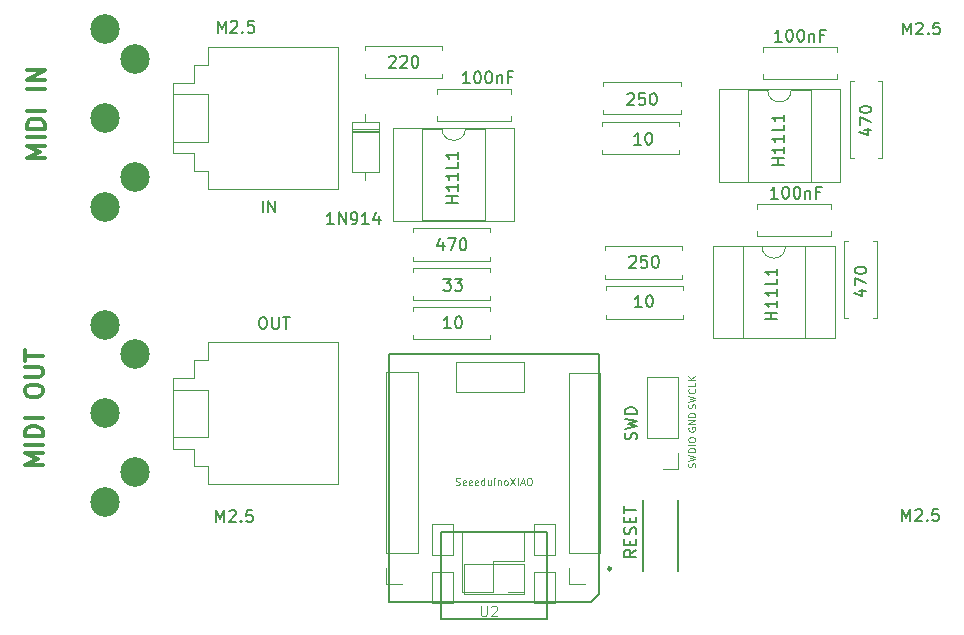
<source format=gto>
G04 #@! TF.GenerationSoftware,KiCad,Pcbnew,(6.0.5)*
G04 #@! TF.CreationDate,2023-03-19T20:53:10+00:00*
G04 #@! TF.ProjectId,XiaoPiUSBMIDIDevice,5869616f-5069-4555-9342-4d4944494465,rev?*
G04 #@! TF.SameCoordinates,Original*
G04 #@! TF.FileFunction,Legend,Top*
G04 #@! TF.FilePolarity,Positive*
%FSLAX46Y46*%
G04 Gerber Fmt 4.6, Leading zero omitted, Abs format (unit mm)*
G04 Created by KiCad (PCBNEW (6.0.5)) date 2023-03-19 20:53:10*
%MOMM*%
%LPD*%
G01*
G04 APERTURE LIST*
%ADD10C,0.100000*%
%ADD11C,0.150000*%
%ADD12C,0.152400*%
%ADD13C,0.101600*%
%ADD14C,0.076200*%
%ADD15C,0.304800*%
%ADD16C,0.120000*%
%ADD17C,0.127000*%
%ADD18C,0.066040*%
%ADD19C,0.254000*%
%ADD20C,2.499360*%
G04 APERTURE END LIST*
D10*
X241875000Y-135222142D02*
X241846428Y-135279285D01*
X241846428Y-135365000D01*
X241875000Y-135450714D01*
X241932142Y-135507857D01*
X241989285Y-135536428D01*
X242103571Y-135565000D01*
X242189285Y-135565000D01*
X242303571Y-135536428D01*
X242360714Y-135507857D01*
X242417857Y-135450714D01*
X242446428Y-135365000D01*
X242446428Y-135307857D01*
X242417857Y-135222142D01*
X242389285Y-135193571D01*
X242189285Y-135193571D01*
X242189285Y-135307857D01*
X242446428Y-134936428D02*
X241846428Y-134936428D01*
X242446428Y-134593571D01*
X241846428Y-134593571D01*
X242446428Y-134307857D02*
X241846428Y-134307857D01*
X241846428Y-134165000D01*
X241875000Y-134079285D01*
X241932142Y-134022142D01*
X241989285Y-133993571D01*
X242103571Y-133965000D01*
X242189285Y-133965000D01*
X242303571Y-133993571D01*
X242360714Y-134022142D01*
X242417857Y-134079285D01*
X242446428Y-134165000D01*
X242446428Y-134307857D01*
X242417857Y-138576428D02*
X242446428Y-138490714D01*
X242446428Y-138347857D01*
X242417857Y-138290714D01*
X242389285Y-138262142D01*
X242332142Y-138233571D01*
X242275000Y-138233571D01*
X242217857Y-138262142D01*
X242189285Y-138290714D01*
X242160714Y-138347857D01*
X242132142Y-138462142D01*
X242103571Y-138519285D01*
X242075000Y-138547857D01*
X242017857Y-138576428D01*
X241960714Y-138576428D01*
X241903571Y-138547857D01*
X241875000Y-138519285D01*
X241846428Y-138462142D01*
X241846428Y-138319285D01*
X241875000Y-138233571D01*
X241846428Y-138033571D02*
X242446428Y-137890714D01*
X242017857Y-137776428D01*
X242446428Y-137662142D01*
X241846428Y-137519285D01*
X242446428Y-137290714D02*
X241846428Y-137290714D01*
X241846428Y-137147857D01*
X241875000Y-137062142D01*
X241932142Y-137005000D01*
X241989285Y-136976428D01*
X242103571Y-136947857D01*
X242189285Y-136947857D01*
X242303571Y-136976428D01*
X242360714Y-137005000D01*
X242417857Y-137062142D01*
X242446428Y-137147857D01*
X242446428Y-137290714D01*
X242446428Y-136690714D02*
X241846428Y-136690714D01*
X241846428Y-136290714D02*
X241846428Y-136176428D01*
X241875000Y-136119285D01*
X241932142Y-136062142D01*
X242046428Y-136033571D01*
X242246428Y-136033571D01*
X242360714Y-136062142D01*
X242417857Y-136119285D01*
X242446428Y-136176428D01*
X242446428Y-136290714D01*
X242417857Y-136347857D01*
X242360714Y-136405000D01*
X242246428Y-136433571D01*
X242046428Y-136433571D01*
X241932142Y-136405000D01*
X241875000Y-136347857D01*
X241846428Y-136290714D01*
X242417857Y-133582142D02*
X242446428Y-133496428D01*
X242446428Y-133353571D01*
X242417857Y-133296428D01*
X242389285Y-133267857D01*
X242332142Y-133239285D01*
X242275000Y-133239285D01*
X242217857Y-133267857D01*
X242189285Y-133296428D01*
X242160714Y-133353571D01*
X242132142Y-133467857D01*
X242103571Y-133525000D01*
X242075000Y-133553571D01*
X242017857Y-133582142D01*
X241960714Y-133582142D01*
X241903571Y-133553571D01*
X241875000Y-133525000D01*
X241846428Y-133467857D01*
X241846428Y-133325000D01*
X241875000Y-133239285D01*
X241846428Y-133039285D02*
X242446428Y-132896428D01*
X242017857Y-132782142D01*
X242446428Y-132667857D01*
X241846428Y-132525000D01*
X242389285Y-131953571D02*
X242417857Y-131982142D01*
X242446428Y-132067857D01*
X242446428Y-132125000D01*
X242417857Y-132210714D01*
X242360714Y-132267857D01*
X242303571Y-132296428D01*
X242189285Y-132325000D01*
X242103571Y-132325000D01*
X241989285Y-132296428D01*
X241932142Y-132267857D01*
X241875000Y-132210714D01*
X241846428Y-132125000D01*
X241846428Y-132067857D01*
X241875000Y-131982142D01*
X241903571Y-131953571D01*
X242446428Y-131410714D02*
X242446428Y-131696428D01*
X241846428Y-131696428D01*
X242446428Y-131210714D02*
X241846428Y-131210714D01*
X242446428Y-130867857D02*
X242103571Y-131125000D01*
X241846428Y-130867857D02*
X242189285Y-131210714D01*
D11*
X202001190Y-101777380D02*
X202001190Y-100777380D01*
X202334523Y-101491666D01*
X202667857Y-100777380D01*
X202667857Y-101777380D01*
X203096428Y-100872619D02*
X203144047Y-100825000D01*
X203239285Y-100777380D01*
X203477380Y-100777380D01*
X203572619Y-100825000D01*
X203620238Y-100872619D01*
X203667857Y-100967857D01*
X203667857Y-101063095D01*
X203620238Y-101205952D01*
X203048809Y-101777380D01*
X203667857Y-101777380D01*
X204096428Y-101682142D02*
X204144047Y-101729761D01*
X204096428Y-101777380D01*
X204048809Y-101729761D01*
X204096428Y-101682142D01*
X204096428Y-101777380D01*
X205048809Y-100777380D02*
X204572619Y-100777380D01*
X204525000Y-101253571D01*
X204572619Y-101205952D01*
X204667857Y-101158333D01*
X204905952Y-101158333D01*
X205001190Y-101205952D01*
X205048809Y-101253571D01*
X205096428Y-101348809D01*
X205096428Y-101586904D01*
X205048809Y-101682142D01*
X205001190Y-101729761D01*
X204905952Y-101777380D01*
X204667857Y-101777380D01*
X204572619Y-101729761D01*
X204525000Y-101682142D01*
X260051190Y-101927380D02*
X260051190Y-100927380D01*
X260384523Y-101641666D01*
X260717857Y-100927380D01*
X260717857Y-101927380D01*
X261146428Y-101022619D02*
X261194047Y-100975000D01*
X261289285Y-100927380D01*
X261527380Y-100927380D01*
X261622619Y-100975000D01*
X261670238Y-101022619D01*
X261717857Y-101117857D01*
X261717857Y-101213095D01*
X261670238Y-101355952D01*
X261098809Y-101927380D01*
X261717857Y-101927380D01*
X262146428Y-101832142D02*
X262194047Y-101879761D01*
X262146428Y-101927380D01*
X262098809Y-101879761D01*
X262146428Y-101832142D01*
X262146428Y-101927380D01*
X263098809Y-100927380D02*
X262622619Y-100927380D01*
X262575000Y-101403571D01*
X262622619Y-101355952D01*
X262717857Y-101308333D01*
X262955952Y-101308333D01*
X263051190Y-101355952D01*
X263098809Y-101403571D01*
X263146428Y-101498809D01*
X263146428Y-101736904D01*
X263098809Y-101832142D01*
X263051190Y-101879761D01*
X262955952Y-101927380D01*
X262717857Y-101927380D01*
X262622619Y-101879761D01*
X262575000Y-101832142D01*
X201876190Y-143202380D02*
X201876190Y-142202380D01*
X202209523Y-142916666D01*
X202542857Y-142202380D01*
X202542857Y-143202380D01*
X202971428Y-142297619D02*
X203019047Y-142250000D01*
X203114285Y-142202380D01*
X203352380Y-142202380D01*
X203447619Y-142250000D01*
X203495238Y-142297619D01*
X203542857Y-142392857D01*
X203542857Y-142488095D01*
X203495238Y-142630952D01*
X202923809Y-143202380D01*
X203542857Y-143202380D01*
X203971428Y-143107142D02*
X204019047Y-143154761D01*
X203971428Y-143202380D01*
X203923809Y-143154761D01*
X203971428Y-143107142D01*
X203971428Y-143202380D01*
X204923809Y-142202380D02*
X204447619Y-142202380D01*
X204400000Y-142678571D01*
X204447619Y-142630952D01*
X204542857Y-142583333D01*
X204780952Y-142583333D01*
X204876190Y-142630952D01*
X204923809Y-142678571D01*
X204971428Y-142773809D01*
X204971428Y-143011904D01*
X204923809Y-143107142D01*
X204876190Y-143154761D01*
X204780952Y-143202380D01*
X204542857Y-143202380D01*
X204447619Y-143154761D01*
X204400000Y-143107142D01*
X259976190Y-143127380D02*
X259976190Y-142127380D01*
X260309523Y-142841666D01*
X260642857Y-142127380D01*
X260642857Y-143127380D01*
X261071428Y-142222619D02*
X261119047Y-142175000D01*
X261214285Y-142127380D01*
X261452380Y-142127380D01*
X261547619Y-142175000D01*
X261595238Y-142222619D01*
X261642857Y-142317857D01*
X261642857Y-142413095D01*
X261595238Y-142555952D01*
X261023809Y-143127380D01*
X261642857Y-143127380D01*
X262071428Y-143032142D02*
X262119047Y-143079761D01*
X262071428Y-143127380D01*
X262023809Y-143079761D01*
X262071428Y-143032142D01*
X262071428Y-143127380D01*
X263023809Y-142127380D02*
X262547619Y-142127380D01*
X262500000Y-142603571D01*
X262547619Y-142555952D01*
X262642857Y-142508333D01*
X262880952Y-142508333D01*
X262976190Y-142555952D01*
X263023809Y-142603571D01*
X263071428Y-142698809D01*
X263071428Y-142936904D01*
X263023809Y-143032142D01*
X262976190Y-143079761D01*
X262880952Y-143127380D01*
X262642857Y-143127380D01*
X262547619Y-143079761D01*
X262500000Y-143032142D01*
X205750000Y-125852380D02*
X205940476Y-125852380D01*
X206035714Y-125900000D01*
X206130952Y-125995238D01*
X206178571Y-126185714D01*
X206178571Y-126519047D01*
X206130952Y-126709523D01*
X206035714Y-126804761D01*
X205940476Y-126852380D01*
X205750000Y-126852380D01*
X205654761Y-126804761D01*
X205559523Y-126709523D01*
X205511904Y-126519047D01*
X205511904Y-126185714D01*
X205559523Y-125995238D01*
X205654761Y-125900000D01*
X205750000Y-125852380D01*
X206607142Y-125852380D02*
X206607142Y-126661904D01*
X206654761Y-126757142D01*
X206702380Y-126804761D01*
X206797619Y-126852380D01*
X206988095Y-126852380D01*
X207083333Y-126804761D01*
X207130952Y-126757142D01*
X207178571Y-126661904D01*
X207178571Y-125852380D01*
X207511904Y-125852380D02*
X208083333Y-125852380D01*
X207797619Y-126852380D02*
X207797619Y-125852380D01*
X236686904Y-106997619D02*
X236734523Y-106950000D01*
X236829761Y-106902380D01*
X237067857Y-106902380D01*
X237163095Y-106950000D01*
X237210714Y-106997619D01*
X237258333Y-107092857D01*
X237258333Y-107188095D01*
X237210714Y-107330952D01*
X236639285Y-107902380D01*
X237258333Y-107902380D01*
X238163095Y-106902380D02*
X237686904Y-106902380D01*
X237639285Y-107378571D01*
X237686904Y-107330952D01*
X237782142Y-107283333D01*
X238020238Y-107283333D01*
X238115476Y-107330952D01*
X238163095Y-107378571D01*
X238210714Y-107473809D01*
X238210714Y-107711904D01*
X238163095Y-107807142D01*
X238115476Y-107854761D01*
X238020238Y-107902380D01*
X237782142Y-107902380D01*
X237686904Y-107854761D01*
X237639285Y-107807142D01*
X238829761Y-106902380D02*
X238925000Y-106902380D01*
X239020238Y-106950000D01*
X239067857Y-106997619D01*
X239115476Y-107092857D01*
X239163095Y-107283333D01*
X239163095Y-107521428D01*
X239115476Y-107711904D01*
X239067857Y-107807142D01*
X239020238Y-107854761D01*
X238925000Y-107902380D01*
X238829761Y-107902380D01*
X238734523Y-107854761D01*
X238686904Y-107807142D01*
X238639285Y-107711904D01*
X238591666Y-107521428D01*
X238591666Y-107283333D01*
X238639285Y-107092857D01*
X238686904Y-106997619D01*
X238734523Y-106950000D01*
X238829761Y-106902380D01*
X223327380Y-106052380D02*
X222755952Y-106052380D01*
X223041666Y-106052380D02*
X223041666Y-105052380D01*
X222946428Y-105195238D01*
X222851190Y-105290476D01*
X222755952Y-105338095D01*
X223946428Y-105052380D02*
X224041666Y-105052380D01*
X224136904Y-105100000D01*
X224184523Y-105147619D01*
X224232142Y-105242857D01*
X224279761Y-105433333D01*
X224279761Y-105671428D01*
X224232142Y-105861904D01*
X224184523Y-105957142D01*
X224136904Y-106004761D01*
X224041666Y-106052380D01*
X223946428Y-106052380D01*
X223851190Y-106004761D01*
X223803571Y-105957142D01*
X223755952Y-105861904D01*
X223708333Y-105671428D01*
X223708333Y-105433333D01*
X223755952Y-105242857D01*
X223803571Y-105147619D01*
X223851190Y-105100000D01*
X223946428Y-105052380D01*
X224898809Y-105052380D02*
X224994047Y-105052380D01*
X225089285Y-105100000D01*
X225136904Y-105147619D01*
X225184523Y-105242857D01*
X225232142Y-105433333D01*
X225232142Y-105671428D01*
X225184523Y-105861904D01*
X225136904Y-105957142D01*
X225089285Y-106004761D01*
X224994047Y-106052380D01*
X224898809Y-106052380D01*
X224803571Y-106004761D01*
X224755952Y-105957142D01*
X224708333Y-105861904D01*
X224660714Y-105671428D01*
X224660714Y-105433333D01*
X224708333Y-105242857D01*
X224755952Y-105147619D01*
X224803571Y-105100000D01*
X224898809Y-105052380D01*
X225660714Y-105385714D02*
X225660714Y-106052380D01*
X225660714Y-105480952D02*
X225708333Y-105433333D01*
X225803571Y-105385714D01*
X225946428Y-105385714D01*
X226041666Y-105433333D01*
X226089285Y-105528571D01*
X226089285Y-106052380D01*
X226898809Y-105528571D02*
X226565476Y-105528571D01*
X226565476Y-106052380D02*
X226565476Y-105052380D01*
X227041666Y-105052380D01*
X249427380Y-115827380D02*
X248855952Y-115827380D01*
X249141666Y-115827380D02*
X249141666Y-114827380D01*
X249046428Y-114970238D01*
X248951190Y-115065476D01*
X248855952Y-115113095D01*
X250046428Y-114827380D02*
X250141666Y-114827380D01*
X250236904Y-114875000D01*
X250284523Y-114922619D01*
X250332142Y-115017857D01*
X250379761Y-115208333D01*
X250379761Y-115446428D01*
X250332142Y-115636904D01*
X250284523Y-115732142D01*
X250236904Y-115779761D01*
X250141666Y-115827380D01*
X250046428Y-115827380D01*
X249951190Y-115779761D01*
X249903571Y-115732142D01*
X249855952Y-115636904D01*
X249808333Y-115446428D01*
X249808333Y-115208333D01*
X249855952Y-115017857D01*
X249903571Y-114922619D01*
X249951190Y-114875000D01*
X250046428Y-114827380D01*
X250998809Y-114827380D02*
X251094047Y-114827380D01*
X251189285Y-114875000D01*
X251236904Y-114922619D01*
X251284523Y-115017857D01*
X251332142Y-115208333D01*
X251332142Y-115446428D01*
X251284523Y-115636904D01*
X251236904Y-115732142D01*
X251189285Y-115779761D01*
X251094047Y-115827380D01*
X250998809Y-115827380D01*
X250903571Y-115779761D01*
X250855952Y-115732142D01*
X250808333Y-115636904D01*
X250760714Y-115446428D01*
X250760714Y-115208333D01*
X250808333Y-115017857D01*
X250855952Y-114922619D01*
X250903571Y-114875000D01*
X250998809Y-114827380D01*
X251760714Y-115160714D02*
X251760714Y-115827380D01*
X251760714Y-115255952D02*
X251808333Y-115208333D01*
X251903571Y-115160714D01*
X252046428Y-115160714D01*
X252141666Y-115208333D01*
X252189285Y-115303571D01*
X252189285Y-115827380D01*
X252998809Y-115303571D02*
X252665476Y-115303571D01*
X252665476Y-115827380D02*
X252665476Y-114827380D01*
X253141666Y-114827380D01*
X222327380Y-116169047D02*
X221327380Y-116169047D01*
X221803571Y-116169047D02*
X221803571Y-115597619D01*
X222327380Y-115597619D02*
X221327380Y-115597619D01*
X222327380Y-114597619D02*
X222327380Y-115169047D01*
X222327380Y-114883333D02*
X221327380Y-114883333D01*
X221470238Y-114978571D01*
X221565476Y-115073809D01*
X221613095Y-115169047D01*
X222327380Y-113645238D02*
X222327380Y-114216666D01*
X222327380Y-113930952D02*
X221327380Y-113930952D01*
X221470238Y-114026190D01*
X221565476Y-114121428D01*
X221613095Y-114216666D01*
X222327380Y-112740476D02*
X222327380Y-113216666D01*
X221327380Y-113216666D01*
X222327380Y-111883333D02*
X222327380Y-112454761D01*
X222327380Y-112169047D02*
X221327380Y-112169047D01*
X221470238Y-112264285D01*
X221565476Y-112359523D01*
X221613095Y-112454761D01*
X249352380Y-126044047D02*
X248352380Y-126044047D01*
X248828571Y-126044047D02*
X248828571Y-125472619D01*
X249352380Y-125472619D02*
X248352380Y-125472619D01*
X249352380Y-124472619D02*
X249352380Y-125044047D01*
X249352380Y-124758333D02*
X248352380Y-124758333D01*
X248495238Y-124853571D01*
X248590476Y-124948809D01*
X248638095Y-125044047D01*
X249352380Y-123520238D02*
X249352380Y-124091666D01*
X249352380Y-123805952D02*
X248352380Y-123805952D01*
X248495238Y-123901190D01*
X248590476Y-123996428D01*
X248638095Y-124091666D01*
X249352380Y-122615476D02*
X249352380Y-123091666D01*
X248352380Y-123091666D01*
X249352380Y-121758333D02*
X249352380Y-122329761D01*
X249352380Y-122044047D02*
X248352380Y-122044047D01*
X248495238Y-122139285D01*
X248590476Y-122234523D01*
X248638095Y-122329761D01*
X216511904Y-103822619D02*
X216559523Y-103775000D01*
X216654761Y-103727380D01*
X216892857Y-103727380D01*
X216988095Y-103775000D01*
X217035714Y-103822619D01*
X217083333Y-103917857D01*
X217083333Y-104013095D01*
X217035714Y-104155952D01*
X216464285Y-104727380D01*
X217083333Y-104727380D01*
X217464285Y-103822619D02*
X217511904Y-103775000D01*
X217607142Y-103727380D01*
X217845238Y-103727380D01*
X217940476Y-103775000D01*
X217988095Y-103822619D01*
X218035714Y-103917857D01*
X218035714Y-104013095D01*
X217988095Y-104155952D01*
X217416666Y-104727380D01*
X218035714Y-104727380D01*
X218654761Y-103727380D02*
X218750000Y-103727380D01*
X218845238Y-103775000D01*
X218892857Y-103822619D01*
X218940476Y-103917857D01*
X218988095Y-104108333D01*
X218988095Y-104346428D01*
X218940476Y-104536904D01*
X218892857Y-104632142D01*
X218845238Y-104679761D01*
X218750000Y-104727380D01*
X218654761Y-104727380D01*
X218559523Y-104679761D01*
X218511904Y-104632142D01*
X218464285Y-104536904D01*
X218416666Y-104346428D01*
X218416666Y-104108333D01*
X218464285Y-103917857D01*
X218511904Y-103822619D01*
X218559523Y-103775000D01*
X218654761Y-103727380D01*
X221115476Y-122627380D02*
X221734523Y-122627380D01*
X221401190Y-123008333D01*
X221544047Y-123008333D01*
X221639285Y-123055952D01*
X221686904Y-123103571D01*
X221734523Y-123198809D01*
X221734523Y-123436904D01*
X221686904Y-123532142D01*
X221639285Y-123579761D01*
X221544047Y-123627380D01*
X221258333Y-123627380D01*
X221163095Y-123579761D01*
X221115476Y-123532142D01*
X222067857Y-122627380D02*
X222686904Y-122627380D01*
X222353571Y-123008333D01*
X222496428Y-123008333D01*
X222591666Y-123055952D01*
X222639285Y-123103571D01*
X222686904Y-123198809D01*
X222686904Y-123436904D01*
X222639285Y-123532142D01*
X222591666Y-123579761D01*
X222496428Y-123627380D01*
X222210714Y-123627380D01*
X222115476Y-123579761D01*
X222067857Y-123532142D01*
D12*
X237434619Y-145550619D02*
X236950809Y-145889285D01*
X237434619Y-146131190D02*
X236418619Y-146131190D01*
X236418619Y-145744142D01*
X236467000Y-145647380D01*
X236515380Y-145599000D01*
X236612142Y-145550619D01*
X236757285Y-145550619D01*
X236854047Y-145599000D01*
X236902428Y-145647380D01*
X236950809Y-145744142D01*
X236950809Y-146131190D01*
X236902428Y-145115190D02*
X236902428Y-144776523D01*
X237434619Y-144631380D02*
X237434619Y-145115190D01*
X236418619Y-145115190D01*
X236418619Y-144631380D01*
X237386238Y-144244333D02*
X237434619Y-144099190D01*
X237434619Y-143857285D01*
X237386238Y-143760523D01*
X237337857Y-143712142D01*
X237241095Y-143663761D01*
X237144333Y-143663761D01*
X237047571Y-143712142D01*
X236999190Y-143760523D01*
X236950809Y-143857285D01*
X236902428Y-144050809D01*
X236854047Y-144147571D01*
X236805666Y-144195952D01*
X236708904Y-144244333D01*
X236612142Y-144244333D01*
X236515380Y-144195952D01*
X236467000Y-144147571D01*
X236418619Y-144050809D01*
X236418619Y-143808904D01*
X236467000Y-143663761D01*
X236902428Y-143228333D02*
X236902428Y-142889666D01*
X237434619Y-142744523D02*
X237434619Y-143228333D01*
X236418619Y-143228333D01*
X236418619Y-142744523D01*
X236418619Y-142454238D02*
X236418619Y-141873666D01*
X237434619Y-142163952D02*
X236418619Y-142163952D01*
D11*
X256685714Y-109986904D02*
X257352380Y-109986904D01*
X256304761Y-110225000D02*
X257019047Y-110463095D01*
X257019047Y-109844047D01*
X256352380Y-109558333D02*
X256352380Y-108891666D01*
X257352380Y-109320238D01*
X256352380Y-108320238D02*
X256352380Y-108225000D01*
X256400000Y-108129761D01*
X256447619Y-108082142D01*
X256542857Y-108034523D01*
X256733333Y-107986904D01*
X256971428Y-107986904D01*
X257161904Y-108034523D01*
X257257142Y-108082142D01*
X257304761Y-108129761D01*
X257352380Y-108225000D01*
X257352380Y-108320238D01*
X257304761Y-108415476D01*
X257257142Y-108463095D01*
X257161904Y-108510714D01*
X256971428Y-108558333D01*
X256733333Y-108558333D01*
X256542857Y-108510714D01*
X256447619Y-108463095D01*
X256400000Y-108415476D01*
X256352380Y-108320238D01*
X205826190Y-117002380D02*
X205826190Y-116002380D01*
X206302380Y-117002380D02*
X206302380Y-116002380D01*
X206873809Y-117002380D01*
X206873809Y-116002380D01*
X256260714Y-123611904D02*
X256927380Y-123611904D01*
X255879761Y-123850000D02*
X256594047Y-124088095D01*
X256594047Y-123469047D01*
X255927380Y-123183333D02*
X255927380Y-122516666D01*
X256927380Y-122945238D01*
X255927380Y-121945238D02*
X255927380Y-121850000D01*
X255975000Y-121754761D01*
X256022619Y-121707142D01*
X256117857Y-121659523D01*
X256308333Y-121611904D01*
X256546428Y-121611904D01*
X256736904Y-121659523D01*
X256832142Y-121707142D01*
X256879761Y-121754761D01*
X256927380Y-121850000D01*
X256927380Y-121945238D01*
X256879761Y-122040476D01*
X256832142Y-122088095D01*
X256736904Y-122135714D01*
X256546428Y-122183333D01*
X256308333Y-122183333D01*
X256117857Y-122135714D01*
X256022619Y-122088095D01*
X255975000Y-122040476D01*
X255927380Y-121945238D01*
X237834523Y-111252380D02*
X237263095Y-111252380D01*
X237548809Y-111252380D02*
X237548809Y-110252380D01*
X237453571Y-110395238D01*
X237358333Y-110490476D01*
X237263095Y-110538095D01*
X238453571Y-110252380D02*
X238548809Y-110252380D01*
X238644047Y-110300000D01*
X238691666Y-110347619D01*
X238739285Y-110442857D01*
X238786904Y-110633333D01*
X238786904Y-110871428D01*
X238739285Y-111061904D01*
X238691666Y-111157142D01*
X238644047Y-111204761D01*
X238548809Y-111252380D01*
X238453571Y-111252380D01*
X238358333Y-111204761D01*
X238310714Y-111157142D01*
X238263095Y-111061904D01*
X238215476Y-110871428D01*
X238215476Y-110633333D01*
X238263095Y-110442857D01*
X238310714Y-110347619D01*
X238358333Y-110300000D01*
X238453571Y-110252380D01*
X221734523Y-126802380D02*
X221163095Y-126802380D01*
X221448809Y-126802380D02*
X221448809Y-125802380D01*
X221353571Y-125945238D01*
X221258333Y-126040476D01*
X221163095Y-126088095D01*
X222353571Y-125802380D02*
X222448809Y-125802380D01*
X222544047Y-125850000D01*
X222591666Y-125897619D01*
X222639285Y-125992857D01*
X222686904Y-126183333D01*
X222686904Y-126421428D01*
X222639285Y-126611904D01*
X222591666Y-126707142D01*
X222544047Y-126754761D01*
X222448809Y-126802380D01*
X222353571Y-126802380D01*
X222258333Y-126754761D01*
X222210714Y-126707142D01*
X222163095Y-126611904D01*
X222115476Y-126421428D01*
X222115476Y-126183333D01*
X222163095Y-125992857D01*
X222210714Y-125897619D01*
X222258333Y-125850000D01*
X222353571Y-125802380D01*
X221063095Y-119535714D02*
X221063095Y-120202380D01*
X220825000Y-119154761D02*
X220586904Y-119869047D01*
X221205952Y-119869047D01*
X221491666Y-119202380D02*
X222158333Y-119202380D01*
X221729761Y-120202380D01*
X222729761Y-119202380D02*
X222825000Y-119202380D01*
X222920238Y-119250000D01*
X222967857Y-119297619D01*
X223015476Y-119392857D01*
X223063095Y-119583333D01*
X223063095Y-119821428D01*
X223015476Y-120011904D01*
X222967857Y-120107142D01*
X222920238Y-120154761D01*
X222825000Y-120202380D01*
X222729761Y-120202380D01*
X222634523Y-120154761D01*
X222586904Y-120107142D01*
X222539285Y-120011904D01*
X222491666Y-119821428D01*
X222491666Y-119583333D01*
X222539285Y-119392857D01*
X222586904Y-119297619D01*
X222634523Y-119250000D01*
X222729761Y-119202380D01*
X249752380Y-102527380D02*
X249180952Y-102527380D01*
X249466666Y-102527380D02*
X249466666Y-101527380D01*
X249371428Y-101670238D01*
X249276190Y-101765476D01*
X249180952Y-101813095D01*
X250371428Y-101527380D02*
X250466666Y-101527380D01*
X250561904Y-101575000D01*
X250609523Y-101622619D01*
X250657142Y-101717857D01*
X250704761Y-101908333D01*
X250704761Y-102146428D01*
X250657142Y-102336904D01*
X250609523Y-102432142D01*
X250561904Y-102479761D01*
X250466666Y-102527380D01*
X250371428Y-102527380D01*
X250276190Y-102479761D01*
X250228571Y-102432142D01*
X250180952Y-102336904D01*
X250133333Y-102146428D01*
X250133333Y-101908333D01*
X250180952Y-101717857D01*
X250228571Y-101622619D01*
X250276190Y-101575000D01*
X250371428Y-101527380D01*
X251323809Y-101527380D02*
X251419047Y-101527380D01*
X251514285Y-101575000D01*
X251561904Y-101622619D01*
X251609523Y-101717857D01*
X251657142Y-101908333D01*
X251657142Y-102146428D01*
X251609523Y-102336904D01*
X251561904Y-102432142D01*
X251514285Y-102479761D01*
X251419047Y-102527380D01*
X251323809Y-102527380D01*
X251228571Y-102479761D01*
X251180952Y-102432142D01*
X251133333Y-102336904D01*
X251085714Y-102146428D01*
X251085714Y-101908333D01*
X251133333Y-101717857D01*
X251180952Y-101622619D01*
X251228571Y-101575000D01*
X251323809Y-101527380D01*
X252085714Y-101860714D02*
X252085714Y-102527380D01*
X252085714Y-101955952D02*
X252133333Y-101908333D01*
X252228571Y-101860714D01*
X252371428Y-101860714D01*
X252466666Y-101908333D01*
X252514285Y-102003571D01*
X252514285Y-102527380D01*
X253323809Y-102003571D02*
X252990476Y-102003571D01*
X252990476Y-102527380D02*
X252990476Y-101527380D01*
X253466666Y-101527380D01*
X236861904Y-120772619D02*
X236909523Y-120725000D01*
X237004761Y-120677380D01*
X237242857Y-120677380D01*
X237338095Y-120725000D01*
X237385714Y-120772619D01*
X237433333Y-120867857D01*
X237433333Y-120963095D01*
X237385714Y-121105952D01*
X236814285Y-121677380D01*
X237433333Y-121677380D01*
X238338095Y-120677380D02*
X237861904Y-120677380D01*
X237814285Y-121153571D01*
X237861904Y-121105952D01*
X237957142Y-121058333D01*
X238195238Y-121058333D01*
X238290476Y-121105952D01*
X238338095Y-121153571D01*
X238385714Y-121248809D01*
X238385714Y-121486904D01*
X238338095Y-121582142D01*
X238290476Y-121629761D01*
X238195238Y-121677380D01*
X237957142Y-121677380D01*
X237861904Y-121629761D01*
X237814285Y-121582142D01*
X239004761Y-120677380D02*
X239100000Y-120677380D01*
X239195238Y-120725000D01*
X239242857Y-120772619D01*
X239290476Y-120867857D01*
X239338095Y-121058333D01*
X239338095Y-121296428D01*
X239290476Y-121486904D01*
X239242857Y-121582142D01*
X239195238Y-121629761D01*
X239100000Y-121677380D01*
X239004761Y-121677380D01*
X238909523Y-121629761D01*
X238861904Y-121582142D01*
X238814285Y-121486904D01*
X238766666Y-121296428D01*
X238766666Y-121058333D01*
X238814285Y-120867857D01*
X238861904Y-120772619D01*
X238909523Y-120725000D01*
X239004761Y-120677380D01*
X237884523Y-125002380D02*
X237313095Y-125002380D01*
X237598809Y-125002380D02*
X237598809Y-124002380D01*
X237503571Y-124145238D01*
X237408333Y-124240476D01*
X237313095Y-124288095D01*
X238503571Y-124002380D02*
X238598809Y-124002380D01*
X238694047Y-124050000D01*
X238741666Y-124097619D01*
X238789285Y-124192857D01*
X238836904Y-124383333D01*
X238836904Y-124621428D01*
X238789285Y-124811904D01*
X238741666Y-124907142D01*
X238694047Y-124954761D01*
X238598809Y-125002380D01*
X238503571Y-125002380D01*
X238408333Y-124954761D01*
X238360714Y-124907142D01*
X238313095Y-124811904D01*
X238265476Y-124621428D01*
X238265476Y-124383333D01*
X238313095Y-124192857D01*
X238360714Y-124097619D01*
X238408333Y-124050000D01*
X238503571Y-124002380D01*
X211833333Y-118002380D02*
X211261904Y-118002380D01*
X211547619Y-118002380D02*
X211547619Y-117002380D01*
X211452380Y-117145238D01*
X211357142Y-117240476D01*
X211261904Y-117288095D01*
X212261904Y-118002380D02*
X212261904Y-117002380D01*
X212833333Y-118002380D01*
X212833333Y-117002380D01*
X213357142Y-118002380D02*
X213547619Y-118002380D01*
X213642857Y-117954761D01*
X213690476Y-117907142D01*
X213785714Y-117764285D01*
X213833333Y-117573809D01*
X213833333Y-117192857D01*
X213785714Y-117097619D01*
X213738095Y-117050000D01*
X213642857Y-117002380D01*
X213452380Y-117002380D01*
X213357142Y-117050000D01*
X213309523Y-117097619D01*
X213261904Y-117192857D01*
X213261904Y-117430952D01*
X213309523Y-117526190D01*
X213357142Y-117573809D01*
X213452380Y-117621428D01*
X213642857Y-117621428D01*
X213738095Y-117573809D01*
X213785714Y-117526190D01*
X213833333Y-117430952D01*
X214785714Y-118002380D02*
X214214285Y-118002380D01*
X214500000Y-118002380D02*
X214500000Y-117002380D01*
X214404761Y-117145238D01*
X214309523Y-117240476D01*
X214214285Y-117288095D01*
X215642857Y-117335714D02*
X215642857Y-118002380D01*
X215404761Y-116954761D02*
X215166666Y-117669047D01*
X215785714Y-117669047D01*
X237429761Y-136207142D02*
X237477380Y-136064285D01*
X237477380Y-135826190D01*
X237429761Y-135730952D01*
X237382142Y-135683333D01*
X237286904Y-135635714D01*
X237191666Y-135635714D01*
X237096428Y-135683333D01*
X237048809Y-135730952D01*
X237001190Y-135826190D01*
X236953571Y-136016666D01*
X236905952Y-136111904D01*
X236858333Y-136159523D01*
X236763095Y-136207142D01*
X236667857Y-136207142D01*
X236572619Y-136159523D01*
X236525000Y-136111904D01*
X236477380Y-136016666D01*
X236477380Y-135778571D01*
X236525000Y-135635714D01*
X236477380Y-135302380D02*
X237477380Y-135064285D01*
X236763095Y-134873809D01*
X237477380Y-134683333D01*
X236477380Y-134445238D01*
X237477380Y-134064285D02*
X236477380Y-134064285D01*
X236477380Y-133826190D01*
X236525000Y-133683333D01*
X236620238Y-133588095D01*
X236715476Y-133540476D01*
X236905952Y-133492857D01*
X237048809Y-133492857D01*
X237239285Y-133540476D01*
X237334523Y-133588095D01*
X237429761Y-133683333D01*
X237477380Y-133826190D01*
X237477380Y-134064285D01*
X249927380Y-112994047D02*
X248927380Y-112994047D01*
X249403571Y-112994047D02*
X249403571Y-112422619D01*
X249927380Y-112422619D02*
X248927380Y-112422619D01*
X249927380Y-111422619D02*
X249927380Y-111994047D01*
X249927380Y-111708333D02*
X248927380Y-111708333D01*
X249070238Y-111803571D01*
X249165476Y-111898809D01*
X249213095Y-111994047D01*
X249927380Y-110470238D02*
X249927380Y-111041666D01*
X249927380Y-110755952D02*
X248927380Y-110755952D01*
X249070238Y-110851190D01*
X249165476Y-110946428D01*
X249213095Y-111041666D01*
X249927380Y-109565476D02*
X249927380Y-110041666D01*
X248927380Y-110041666D01*
X249927380Y-108708333D02*
X249927380Y-109279761D01*
X249927380Y-108994047D02*
X248927380Y-108994047D01*
X249070238Y-109089285D01*
X249165476Y-109184523D01*
X249213095Y-109279761D01*
D13*
X224252576Y-150300356D02*
X224252576Y-151020023D01*
X224294910Y-151104690D01*
X224337243Y-151147023D01*
X224421910Y-151189356D01*
X224591243Y-151189356D01*
X224675910Y-151147023D01*
X224718243Y-151104690D01*
X224760576Y-151020023D01*
X224760576Y-150300356D01*
X225141576Y-150385023D02*
X225183910Y-150342690D01*
X225268576Y-150300356D01*
X225480243Y-150300356D01*
X225564910Y-150342690D01*
X225607243Y-150385023D01*
X225649576Y-150469690D01*
X225649576Y-150554356D01*
X225607243Y-150681356D01*
X225099243Y-151189356D01*
X225649576Y-151189356D01*
D14*
X222152238Y-140048432D02*
X222239324Y-140077461D01*
X222384467Y-140077461D01*
X222442524Y-140048432D01*
X222471552Y-140019404D01*
X222500581Y-139961347D01*
X222500581Y-139903290D01*
X222471552Y-139845232D01*
X222442524Y-139816204D01*
X222384467Y-139787175D01*
X222268352Y-139758147D01*
X222210295Y-139729118D01*
X222181267Y-139700090D01*
X222152238Y-139642032D01*
X222152238Y-139583975D01*
X222181267Y-139525918D01*
X222210295Y-139496890D01*
X222268352Y-139467861D01*
X222413495Y-139467861D01*
X222500581Y-139496890D01*
X222994067Y-140048432D02*
X222936010Y-140077461D01*
X222819895Y-140077461D01*
X222761838Y-140048432D01*
X222732810Y-139990375D01*
X222732810Y-139758147D01*
X222761838Y-139700090D01*
X222819895Y-139671061D01*
X222936010Y-139671061D01*
X222994067Y-139700090D01*
X223023095Y-139758147D01*
X223023095Y-139816204D01*
X222732810Y-139874261D01*
X223516581Y-140048432D02*
X223458524Y-140077461D01*
X223342410Y-140077461D01*
X223284352Y-140048432D01*
X223255324Y-139990375D01*
X223255324Y-139758147D01*
X223284352Y-139700090D01*
X223342410Y-139671061D01*
X223458524Y-139671061D01*
X223516581Y-139700090D01*
X223545610Y-139758147D01*
X223545610Y-139816204D01*
X223255324Y-139874261D01*
X224039095Y-140048432D02*
X223981038Y-140077461D01*
X223864924Y-140077461D01*
X223806867Y-140048432D01*
X223777838Y-139990375D01*
X223777838Y-139758147D01*
X223806867Y-139700090D01*
X223864924Y-139671061D01*
X223981038Y-139671061D01*
X224039095Y-139700090D01*
X224068124Y-139758147D01*
X224068124Y-139816204D01*
X223777838Y-139874261D01*
X224590638Y-140077461D02*
X224590638Y-139467861D01*
X224590638Y-140048432D02*
X224532581Y-140077461D01*
X224416467Y-140077461D01*
X224358410Y-140048432D01*
X224329381Y-140019404D01*
X224300352Y-139961347D01*
X224300352Y-139787175D01*
X224329381Y-139729118D01*
X224358410Y-139700090D01*
X224416467Y-139671061D01*
X224532581Y-139671061D01*
X224590638Y-139700090D01*
X225142181Y-139671061D02*
X225142181Y-140077461D01*
X224880924Y-139671061D02*
X224880924Y-139990375D01*
X224909952Y-140048432D01*
X224968010Y-140077461D01*
X225055095Y-140077461D01*
X225113152Y-140048432D01*
X225142181Y-140019404D01*
X225432467Y-140077461D02*
X225432467Y-139671061D01*
X225432467Y-139467861D02*
X225403438Y-139496890D01*
X225432467Y-139525918D01*
X225461495Y-139496890D01*
X225432467Y-139467861D01*
X225432467Y-139525918D01*
X225722752Y-139671061D02*
X225722752Y-140077461D01*
X225722752Y-139729118D02*
X225751781Y-139700090D01*
X225809838Y-139671061D01*
X225896924Y-139671061D01*
X225954981Y-139700090D01*
X225984010Y-139758147D01*
X225984010Y-140077461D01*
X226361381Y-140077461D02*
X226303324Y-140048432D01*
X226274295Y-140019404D01*
X226245267Y-139961347D01*
X226245267Y-139787175D01*
X226274295Y-139729118D01*
X226303324Y-139700090D01*
X226361381Y-139671061D01*
X226448467Y-139671061D01*
X226506524Y-139700090D01*
X226535552Y-139729118D01*
X226564581Y-139787175D01*
X226564581Y-139961347D01*
X226535552Y-140019404D01*
X226506524Y-140048432D01*
X226448467Y-140077461D01*
X226361381Y-140077461D01*
X226767781Y-139467861D02*
X227174181Y-140077461D01*
X227174181Y-139467861D02*
X226767781Y-140077461D01*
X227406410Y-140077461D02*
X227406410Y-139467861D01*
X227667667Y-139903290D02*
X227957952Y-139903290D01*
X227609610Y-140077461D02*
X227812810Y-139467861D01*
X228016010Y-140077461D01*
X228335324Y-139467861D02*
X228451438Y-139467861D01*
X228509495Y-139496890D01*
X228567552Y-139554947D01*
X228596581Y-139671061D01*
X228596581Y-139874261D01*
X228567552Y-139990375D01*
X228509495Y-140048432D01*
X228451438Y-140077461D01*
X228335324Y-140077461D01*
X228277267Y-140048432D01*
X228219210Y-139990375D01*
X228190181Y-139874261D01*
X228190181Y-139671061D01*
X228219210Y-139554947D01*
X228277267Y-139496890D01*
X228335324Y-139467861D01*
D15*
X187364428Y-112387428D02*
X185840428Y-112387428D01*
X186929000Y-111879428D01*
X185840428Y-111371428D01*
X187364428Y-111371428D01*
X187364428Y-110645714D02*
X185840428Y-110645714D01*
X187364428Y-109920000D02*
X185840428Y-109920000D01*
X185840428Y-109557142D01*
X185913000Y-109339428D01*
X186058142Y-109194285D01*
X186203285Y-109121714D01*
X186493571Y-109049142D01*
X186711285Y-109049142D01*
X187001571Y-109121714D01*
X187146714Y-109194285D01*
X187291857Y-109339428D01*
X187364428Y-109557142D01*
X187364428Y-109920000D01*
X187364428Y-108396000D02*
X185840428Y-108396000D01*
X187364428Y-106509142D02*
X185840428Y-106509142D01*
X187364428Y-105783428D02*
X185840428Y-105783428D01*
X187364428Y-104912571D01*
X185840428Y-104912571D01*
X187189428Y-138403428D02*
X185665428Y-138403428D01*
X186754000Y-137895428D01*
X185665428Y-137387428D01*
X187189428Y-137387428D01*
X187189428Y-136661714D02*
X185665428Y-136661714D01*
X187189428Y-135936000D02*
X185665428Y-135936000D01*
X185665428Y-135573142D01*
X185738000Y-135355428D01*
X185883142Y-135210285D01*
X186028285Y-135137714D01*
X186318571Y-135065142D01*
X186536285Y-135065142D01*
X186826571Y-135137714D01*
X186971714Y-135210285D01*
X187116857Y-135355428D01*
X187189428Y-135573142D01*
X187189428Y-135936000D01*
X187189428Y-134412000D02*
X185665428Y-134412000D01*
X185665428Y-132234857D02*
X185665428Y-131944571D01*
X185738000Y-131799428D01*
X185883142Y-131654285D01*
X186173428Y-131581714D01*
X186681428Y-131581714D01*
X186971714Y-131654285D01*
X187116857Y-131799428D01*
X187189428Y-131944571D01*
X187189428Y-132234857D01*
X187116857Y-132380000D01*
X186971714Y-132525142D01*
X186681428Y-132597714D01*
X186173428Y-132597714D01*
X185883142Y-132525142D01*
X185738000Y-132380000D01*
X185665428Y-132234857D01*
X185665428Y-130928571D02*
X186899142Y-130928571D01*
X187044285Y-130856000D01*
X187116857Y-130783428D01*
X187189428Y-130638285D01*
X187189428Y-130348000D01*
X187116857Y-130202857D01*
X187044285Y-130130285D01*
X186899142Y-130057714D01*
X185665428Y-130057714D01*
X185665428Y-129549714D02*
X185665428Y-128678857D01*
X187189428Y-129114285D02*
X185665428Y-129114285D01*
D16*
X227905000Y-146550000D02*
X227905000Y-143950000D01*
X227905000Y-149150000D02*
X226575000Y-149150000D01*
X227905000Y-147820000D02*
X227905000Y-149150000D01*
X227905000Y-143950000D02*
X222705000Y-143950000D01*
X225305000Y-146550000D02*
X225305000Y-149150000D01*
X225305000Y-149150000D02*
X222705000Y-149150000D01*
X222705000Y-149150000D02*
X222705000Y-143950000D01*
X227905000Y-146550000D02*
X225305000Y-146550000D01*
X212200000Y-140000000D02*
X201200000Y-140000000D01*
X198200000Y-136000000D02*
X201200000Y-136000000D01*
X201200000Y-132000000D02*
X198200000Y-132000000D01*
X201200000Y-136000000D02*
X201200000Y-132000000D01*
X201200000Y-129500000D02*
X201200000Y-128000000D01*
X200000000Y-131000000D02*
X200000000Y-129500000D01*
X201200000Y-128000000D02*
X212200000Y-128000000D01*
X200000000Y-138500000D02*
X200000000Y-137000000D01*
X201200000Y-140000000D02*
X201200000Y-138500000D01*
X198200000Y-137000000D02*
X198200000Y-131000000D01*
X198200000Y-131000000D02*
X200000000Y-131000000D01*
X201200000Y-138500000D02*
X200000000Y-138500000D01*
X200000000Y-129500000D02*
X201200000Y-129500000D01*
X212200000Y-128000000D02*
X212200000Y-140000000D01*
X200000000Y-137000000D02*
X198200000Y-137000000D01*
X234655000Y-108365000D02*
X234655000Y-108695000D01*
X241195000Y-105955000D02*
X241195000Y-106285000D01*
X234655000Y-105955000D02*
X241195000Y-105955000D01*
X234655000Y-106285000D02*
X234655000Y-105955000D01*
X234655000Y-108695000D02*
X241195000Y-108695000D01*
X241195000Y-108695000D02*
X241195000Y-108365000D01*
X220605000Y-109270000D02*
X220605000Y-108825000D01*
X220605000Y-106975000D02*
X220605000Y-106530000D01*
X226845000Y-106975000D02*
X226845000Y-106530000D01*
X226845000Y-109270000D02*
X226845000Y-108825000D01*
X226845000Y-106530000D02*
X220605000Y-106530000D01*
X226845000Y-109270000D02*
X220605000Y-109270000D01*
X253895000Y-116725000D02*
X253895000Y-116280000D01*
X247655000Y-116725000D02*
X247655000Y-116280000D01*
X247655000Y-119020000D02*
X247655000Y-118575000D01*
X253895000Y-119020000D02*
X247655000Y-119020000D01*
X253895000Y-116280000D02*
X247655000Y-116280000D01*
X253895000Y-119020000D02*
X253895000Y-118575000D01*
X220985000Y-109895000D02*
X219335000Y-109895000D01*
X224635000Y-117635000D02*
X224635000Y-109895000D01*
X227125000Y-117695000D02*
X227125000Y-109835000D01*
X227125000Y-109835000D02*
X216845000Y-109835000D01*
X219335000Y-109895000D02*
X219335000Y-117635000D01*
X224635000Y-109895000D02*
X222985000Y-109895000D01*
X216845000Y-109835000D02*
X216845000Y-117695000D01*
X219335000Y-117635000D02*
X224635000Y-117635000D01*
X216845000Y-117695000D02*
X227125000Y-117695000D01*
X220985000Y-109895000D02*
G75*
G03*
X222985000Y-109895000I1000000J0D01*
G01*
X251735000Y-119870000D02*
X250085000Y-119870000D01*
X254225000Y-127670000D02*
X254225000Y-119810000D01*
X246435000Y-119870000D02*
X246435000Y-127610000D01*
X251735000Y-127610000D02*
X251735000Y-119870000D01*
X254225000Y-119810000D02*
X243945000Y-119810000D01*
X246435000Y-127610000D02*
X251735000Y-127610000D01*
X243945000Y-119810000D02*
X243945000Y-127670000D01*
X243945000Y-127670000D02*
X254225000Y-127670000D01*
X248085000Y-119870000D02*
X246435000Y-119870000D01*
X248085000Y-119870000D02*
G75*
G03*
X250085000Y-119870000I1000000J0D01*
G01*
X233075000Y-148455000D02*
X231745000Y-148455000D01*
X234405000Y-145855000D02*
X231745000Y-145855000D01*
X234405000Y-130555000D02*
X231745000Y-130555000D01*
X231745000Y-145855000D02*
X231745000Y-130555000D01*
X231745000Y-148455000D02*
X231745000Y-147125000D01*
X234405000Y-145855000D02*
X234405000Y-130555000D01*
X214480000Y-105620000D02*
X221020000Y-105620000D01*
X221020000Y-102880000D02*
X221020000Y-103210000D01*
X214480000Y-102880000D02*
X221020000Y-102880000D01*
X221020000Y-105620000D02*
X221020000Y-105290000D01*
X214480000Y-103210000D02*
X214480000Y-102880000D01*
X214480000Y-105290000D02*
X214480000Y-105620000D01*
X218505000Y-121705000D02*
X225045000Y-121705000D01*
X225045000Y-124445000D02*
X225045000Y-124115000D01*
X218505000Y-124445000D02*
X225045000Y-124445000D01*
X225045000Y-121705000D02*
X225045000Y-122035000D01*
X218505000Y-124115000D02*
X218505000Y-124445000D01*
X218505000Y-122035000D02*
X218505000Y-121705000D01*
D17*
X241000000Y-141325000D02*
X241000000Y-147325000D01*
X238000000Y-147325000D02*
X238000000Y-141325000D01*
D16*
X255835000Y-105880000D02*
X255505000Y-105880000D01*
X255505000Y-105880000D02*
X255505000Y-112420000D01*
X257915000Y-105880000D02*
X258245000Y-105880000D01*
X258245000Y-105880000D02*
X258245000Y-112420000D01*
X258245000Y-112420000D02*
X257915000Y-112420000D01*
X255505000Y-112420000D02*
X255835000Y-112420000D01*
X201200000Y-115000000D02*
X201200000Y-113500000D01*
X201200000Y-113500000D02*
X200000000Y-113500000D01*
X201200000Y-103000000D02*
X212200000Y-103000000D01*
X201200000Y-107000000D02*
X198200000Y-107000000D01*
X212200000Y-115000000D02*
X201200000Y-115000000D01*
X201200000Y-111000000D02*
X201200000Y-107000000D01*
X212200000Y-103000000D02*
X212200000Y-115000000D01*
X198200000Y-111000000D02*
X201200000Y-111000000D01*
X198200000Y-106000000D02*
X200000000Y-106000000D01*
X198200000Y-112000000D02*
X198200000Y-106000000D01*
X200000000Y-104500000D02*
X201200000Y-104500000D01*
X201200000Y-104500000D02*
X201200000Y-103000000D01*
X200000000Y-113500000D02*
X200000000Y-112000000D01*
X200000000Y-106000000D02*
X200000000Y-104500000D01*
X200000000Y-112000000D02*
X198200000Y-112000000D01*
X257795000Y-125970000D02*
X257465000Y-125970000D01*
X255385000Y-119430000D02*
X255055000Y-119430000D01*
X257795000Y-119430000D02*
X257795000Y-125970000D01*
X255055000Y-125970000D02*
X255385000Y-125970000D01*
X257465000Y-119430000D02*
X257795000Y-119430000D01*
X255055000Y-119430000D02*
X255055000Y-125970000D01*
X241070000Y-112070000D02*
X241070000Y-111740000D01*
X241070000Y-109330000D02*
X241070000Y-109660000D01*
X234530000Y-111740000D02*
X234530000Y-112070000D01*
X234530000Y-112070000D02*
X241070000Y-112070000D01*
X234530000Y-109660000D02*
X234530000Y-109330000D01*
X234530000Y-109330000D02*
X241070000Y-109330000D01*
X225070000Y-124980000D02*
X225070000Y-125310000D01*
X218530000Y-124980000D02*
X225070000Y-124980000D01*
X218530000Y-127720000D02*
X225070000Y-127720000D01*
X218530000Y-125310000D02*
X218530000Y-124980000D01*
X218530000Y-127390000D02*
X218530000Y-127720000D01*
X225070000Y-127720000D02*
X225070000Y-127390000D01*
X225095000Y-118330000D02*
X225095000Y-118660000D01*
X225095000Y-121070000D02*
X225095000Y-120740000D01*
X218555000Y-118330000D02*
X225095000Y-118330000D01*
X218555000Y-118660000D02*
X218555000Y-118330000D01*
X218555000Y-120740000D02*
X218555000Y-121070000D01*
X218555000Y-121070000D02*
X225095000Y-121070000D01*
X254445000Y-102980000D02*
X248205000Y-102980000D01*
X254445000Y-105720000D02*
X254445000Y-105275000D01*
X254445000Y-103425000D02*
X254445000Y-102980000D01*
X248205000Y-103425000D02*
X248205000Y-102980000D01*
X248205000Y-105720000D02*
X248205000Y-105275000D01*
X254445000Y-105720000D02*
X248205000Y-105720000D01*
X234780000Y-119880000D02*
X241320000Y-119880000D01*
X234780000Y-120210000D02*
X234780000Y-119880000D01*
X234780000Y-122620000D02*
X241320000Y-122620000D01*
X234780000Y-122290000D02*
X234780000Y-122620000D01*
X241320000Y-122620000D02*
X241320000Y-122290000D01*
X241320000Y-119880000D02*
X241320000Y-120210000D01*
X218930000Y-145830000D02*
X218930000Y-130530000D01*
X218930000Y-145830000D02*
X216270000Y-145830000D01*
X216270000Y-148430000D02*
X216270000Y-147100000D01*
X217600000Y-148430000D02*
X216270000Y-148430000D01*
X216270000Y-145830000D02*
X216270000Y-130530000D01*
X218930000Y-130530000D02*
X216270000Y-130530000D01*
X234855000Y-125995000D02*
X241395000Y-125995000D01*
X241395000Y-123255000D02*
X241395000Y-123585000D01*
X234855000Y-123255000D02*
X241395000Y-123255000D01*
X234855000Y-123585000D02*
X234855000Y-123255000D01*
X234855000Y-125665000D02*
X234855000Y-125995000D01*
X241395000Y-125995000D02*
X241395000Y-125665000D01*
X215620000Y-109955000D02*
X213380000Y-109955000D01*
X213380000Y-113595000D02*
X215620000Y-113595000D01*
X215620000Y-110075000D02*
X213380000Y-110075000D01*
X215620000Y-110195000D02*
X213380000Y-110195000D01*
X214500000Y-108705000D02*
X214500000Y-109355000D01*
X213380000Y-109355000D02*
X213380000Y-113595000D01*
X215620000Y-109355000D02*
X213380000Y-109355000D01*
X215620000Y-113595000D02*
X215620000Y-109355000D01*
X214500000Y-114245000D02*
X214500000Y-113595000D01*
X241005000Y-136080000D02*
X241005000Y-130940000D01*
X241005000Y-137350000D02*
X241005000Y-138680000D01*
X238345000Y-136080000D02*
X238345000Y-130940000D01*
X241005000Y-138680000D02*
X239675000Y-138680000D01*
X241005000Y-136080000D02*
X238345000Y-136080000D01*
X241005000Y-130940000D02*
X238345000Y-130940000D01*
X254700000Y-106585000D02*
X244420000Y-106585000D01*
X252210000Y-106645000D02*
X250560000Y-106645000D01*
X248560000Y-106645000D02*
X246910000Y-106645000D01*
X244420000Y-106585000D02*
X244420000Y-114445000D01*
X244420000Y-114445000D02*
X254700000Y-114445000D01*
X246910000Y-106645000D02*
X246910000Y-114385000D01*
X254700000Y-114445000D02*
X254700000Y-106585000D01*
X252210000Y-114385000D02*
X252210000Y-106645000D01*
X246910000Y-114385000D02*
X252210000Y-114385000D01*
X248560000Y-106645000D02*
G75*
G03*
X250560000Y-106645000I1000000J0D01*
G01*
D18*
X230581410Y-150088690D02*
X228803410Y-150088690D01*
X222199410Y-129641690D02*
X222199410Y-132181690D01*
X230581410Y-143355150D02*
X230581410Y-146024690D01*
D17*
X216466630Y-150004870D02*
X233593850Y-150004870D01*
D18*
X221945410Y-143355150D02*
X221945410Y-146024690D01*
X227914410Y-132181690D02*
X222199410Y-132181690D01*
D17*
X233593850Y-150004870D02*
X234264410Y-149334310D01*
D18*
X221945410Y-143355150D02*
X220167410Y-143355150D01*
X221945410Y-147421690D02*
X221945410Y-150088690D01*
X220167410Y-147421690D02*
X220167410Y-150088690D01*
D17*
X229870210Y-144076510D02*
X229870210Y-151429810D01*
D18*
X222834410Y-146786690D02*
X222834410Y-149326690D01*
X220167410Y-143355150D02*
X220167410Y-146024690D01*
X221945410Y-147421690D02*
X220167410Y-147421690D01*
X227914410Y-149326690D02*
X222834410Y-149326690D01*
X230581410Y-146024690D02*
X228803410Y-146024690D01*
D17*
X220870990Y-151429810D02*
X220870990Y-144076510D01*
X234264410Y-149334310D02*
X234264410Y-129006690D01*
D18*
X230581410Y-143355150D02*
X228803410Y-143355150D01*
D17*
X229865130Y-151429810D02*
X220870990Y-151429810D01*
D18*
X227914410Y-146786690D02*
X222834410Y-146786690D01*
X221945410Y-146024690D02*
X220167410Y-146024690D01*
D17*
X216466630Y-129006690D02*
X216466630Y-150004870D01*
D18*
X230581410Y-147421690D02*
X230581410Y-150088690D01*
X227914410Y-129641690D02*
X227914410Y-132181690D01*
X228803410Y-147421690D02*
X228803410Y-150088690D01*
X227914410Y-146786690D02*
X227914410Y-149326690D01*
D17*
X234264410Y-129006690D02*
X216466630Y-129006690D01*
D18*
X227914410Y-129641690D02*
X222199410Y-129641690D01*
X228803410Y-143355150D02*
X228803410Y-146024690D01*
X230581410Y-147421690D02*
X228803410Y-147421690D01*
X221945410Y-150088690D02*
X220167410Y-150088690D01*
D17*
X220870990Y-144076510D02*
X229870210Y-144076510D01*
D19*
X235280410Y-147167690D02*
G75*
G03*
X235280410Y-147167690I-127000J0D01*
G01*
D20*
X192497200Y-101501920D03*
X192499740Y-109000000D03*
X192497200Y-116498080D03*
X194999100Y-104003820D03*
X194999100Y-113996180D03*
X192497200Y-126501920D03*
X192499740Y-134000000D03*
X192497200Y-141498080D03*
X194999100Y-129003820D03*
X194999100Y-138996180D03*
M02*

</source>
